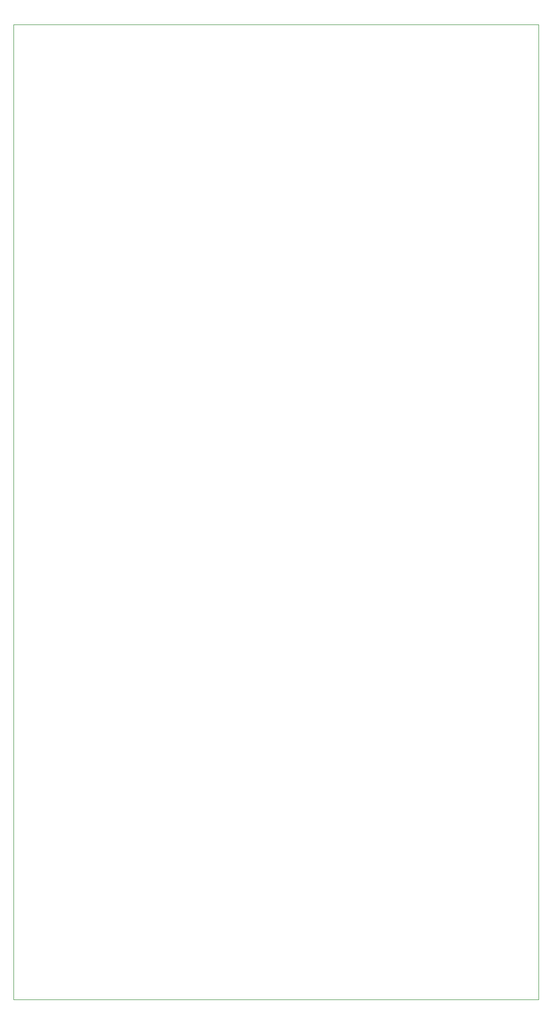
<source format=gm1>
G04 #@! TF.GenerationSoftware,KiCad,Pcbnew,8.0.1-8.0.1-1~ubuntu22.04.1*
G04 #@! TF.CreationDate,2025-02-17T08:37:11+01:00*
G04 #@! TF.ProjectId,nerdqaxe++,6e657264-7161-4786-952b-2b2e6b696361,rev?*
G04 #@! TF.SameCoordinates,Original*
G04 #@! TF.FileFunction,Profile,NP*
%FSLAX46Y46*%
G04 Gerber Fmt 4.6, Leading zero omitted, Abs format (unit mm)*
G04 Created by KiCad (PCBNEW 8.0.1-8.0.1-1~ubuntu22.04.1) date 2025-02-17 08:37:11*
%MOMM*%
%LPD*%
G01*
G04 APERTURE LIST*
G04 #@! TA.AperFunction,Profile*
%ADD10C,0.100000*%
G04 #@! TD*
G04 APERTURE END LIST*
D10*
X140000000Y-189000000D02*
X140000000Y-24000000D01*
X140000000Y-24000000D02*
X51000000Y-24000000D01*
X51000000Y-189000000D02*
X140000000Y-189000000D01*
X51000000Y-24000000D02*
X51000000Y-189000000D01*
M02*

</source>
